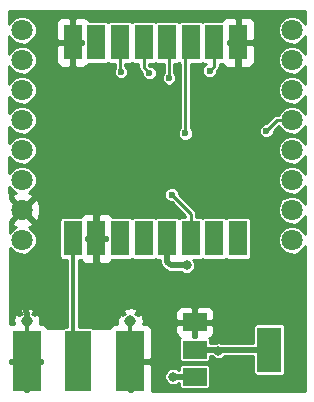
<source format=gtl>
%TF.GenerationSoftware,KiCad,Pcbnew,(2017-11-19 revision 8b2b138)-master*%
%TF.CreationDate,2018-01-29T21:55:45-08:00*%
%TF.ProjectId,lora_nodemcu,6C6F72615F6E6F64656D63752E6B6963,rev?*%
%TF.SameCoordinates,Original*%
%TF.FileFunction,Copper,L1,Top,Signal*%
%TF.FilePolarity,Positive*%
%FSLAX46Y46*%
G04 Gerber Fmt 4.6, Leading zero omitted, Abs format (unit mm)*
G04 Created by KiCad (PCBNEW (2017-11-19 revision 8b2b138)-master) date Monday, January 29, 2018 'PMt' 09:55:45 PM*
%MOMM*%
%LPD*%
G01*
G04 APERTURE LIST*
%TA.AperFunction,ComponentPad*%
%ADD10C,1.800000*%
%TD*%
%TA.AperFunction,SMDPad,CuDef*%
%ADD11R,2.290000X5.080000*%
%TD*%
%TA.AperFunction,SMDPad,CuDef*%
%ADD12R,2.420000X5.080000*%
%TD*%
%TA.AperFunction,ViaPad*%
%ADD13C,0.970000*%
%TD*%
%TA.AperFunction,Conductor*%
%ADD14R,0.460000X0.890000*%
%TD*%
%TA.AperFunction,SMDPad,CuDef*%
%ADD15R,1.600000X3.000000*%
%TD*%
%TA.AperFunction,SMDPad,CuDef*%
%ADD16R,2.000000X3.800000*%
%TD*%
%TA.AperFunction,SMDPad,CuDef*%
%ADD17R,2.000000X1.500000*%
%TD*%
%TA.AperFunction,ViaPad*%
%ADD18C,0.600000*%
%TD*%
%TA.AperFunction,ViaPad*%
%ADD19C,0.800000*%
%TD*%
%TA.AperFunction,Conductor*%
%ADD20C,0.250000*%
%TD*%
%TA.AperFunction,Conductor*%
%ADD21C,0.500000*%
%TD*%
%TA.AperFunction,Conductor*%
%ADD22C,0.335589*%
%TD*%
%TA.AperFunction,Conductor*%
%ADD23C,0.254000*%
%TD*%
G04 APERTURE END LIST*
D10*
%TO.P,U3,8*%
%TO.N,Net-(U3-Pad8)*%
X137236200Y-76962000D03*
%TO.P,U3,7*%
%TO.N,Net-(U3-Pad7)*%
X137236200Y-79502000D03*
%TO.P,U3,6*%
%TO.N,Net-(R2-Pad1)*%
X137236200Y-82042000D03*
%TO.P,U3,5*%
%TO.N,Net-(R1-Pad1)*%
X137236200Y-84582000D03*
%TO.P,U3,4*%
%TO.N,Net-(U3-Pad4)*%
X137236200Y-87122000D03*
%TO.P,U3,3*%
%TO.N,Net-(U3-Pad3)*%
X137236200Y-89662000D03*
%TO.P,U3,2*%
%TO.N,GND*%
X137236200Y-92202000D03*
%TO.P,U3,1*%
%TO.N,/wemos_5V*%
X137236200Y-94742000D03*
%TO.P,U3,16*%
%TO.N,Net-(C5-Pad2)*%
X160096200Y-94742000D03*
%TO.P,U3,15*%
%TO.N,/SS*%
X160096200Y-92202000D03*
%TO.P,U3,14*%
%TO.N,/MOSI*%
X160096200Y-89662000D03*
%TO.P,U3,13*%
%TO.N,/MISO*%
X160096200Y-87122000D03*
%TO.P,U3,12*%
%TO.N,/SCK*%
X160096200Y-84582000D03*
%TO.P,U3,11*%
%TO.N,Net-(U3-Pad11)*%
X160096200Y-82042000D03*
%TO.P,U3,10*%
%TO.N,Net-(U3-Pad10)*%
X160096200Y-79502000D03*
%TO.P,U3,9*%
%TO.N,Net-(U3-Pad9)*%
X160096200Y-76962000D03*
%TD*%
D11*
%TO.P,AE1,1*%
%TO.N,/50Ohm*%
X142000000Y-105020000D03*
D12*
%TO.P,AE1,2*%
%TO.N,GND*%
X137620000Y-105020000D03*
X146380000Y-105020000D03*
D13*
%TD*%
%TO.N,GND*%
%TO.C,AE1*%
X137620000Y-101580000D03*
%TO.N,GND*%
%TO.C,AE1*%
X146380000Y-101580000D03*
D14*
X137620000Y-102030000D03*
X146380000Y-102030000D03*
%TD*%
D15*
%TO.P,U1,16*%
%TO.N,Net-(U1-Pad16)*%
X155513800Y-94609200D03*
%TO.P,U1,1*%
%TO.N,GND*%
X155513800Y-78009200D03*
%TO.P,U1,15*%
%TO.N,Net-(U1-Pad15)*%
X153513800Y-94609200D03*
%TO.P,U1,2*%
%TO.N,Net-(R5-Pad2)*%
X153513800Y-78009200D03*
%TO.P,U1,14*%
%TO.N,Net-(R1-Pad2)*%
X151513800Y-94609200D03*
%TO.P,U1,3*%
%TO.N,Net-(R6-Pad2)*%
X151513800Y-78009200D03*
%TO.P,U1,13*%
%TO.N,/RF95_3V3*%
X149513800Y-94609200D03*
%TO.P,U1,4*%
%TO.N,Net-(R4-Pad2)*%
X149513800Y-78009200D03*
%TO.P,U1,12*%
%TO.N,Net-(U1-Pad12)*%
X147513800Y-94609200D03*
%TO.P,U1,5*%
%TO.N,Net-(R3-Pad2)*%
X147513800Y-78009200D03*
%TO.P,U1,11*%
%TO.N,Net-(U1-Pad11)*%
X145513800Y-94609200D03*
%TO.P,U1,6*%
%TO.N,Net-(R2-Pad2)*%
X145513800Y-78009200D03*
%TO.P,U1,10*%
%TO.N,GND*%
X143513800Y-94609200D03*
%TO.P,U1,7*%
%TO.N,Net-(U1-Pad7)*%
X143513800Y-78009200D03*
%TO.P,U1,9*%
%TO.N,/50Ohm*%
X141513800Y-94609200D03*
%TO.P,U1,8*%
%TO.N,GND*%
X141513800Y-78009200D03*
%TD*%
D16*
%TO.P,U2,4*%
%TO.N,+3V3*%
X158140800Y-104013000D03*
D17*
%TO.P,U2,2*%
X151840800Y-104013000D03*
%TO.P,U2,3*%
%TO.N,+5V*%
X151840800Y-106313000D03*
%TO.P,U2,1*%
%TO.N,GND*%
X151840800Y-101713000D03*
%TD*%
D18*
%TO.N,Net-(R1-Pad2)*%
X149900000Y-90900000D03*
%TO.N,Net-(R2-Pad2)*%
X145594409Y-80499601D03*
X145594409Y-80499601D03*
%TO.N,/SS*%
X160096200Y-92202000D03*
%TO.N,Net-(R3-Pad2)*%
X148000000Y-80600000D03*
%TO.N,/SCK*%
X157900000Y-85500000D03*
%TO.N,Net-(R4-Pad2)*%
X149670978Y-81036697D03*
%TO.N,Net-(R5-Pad2)*%
X153100000Y-80400000D03*
%TO.N,Net-(R6-Pad2)*%
X151045786Y-85723543D03*
D19*
%TO.N,GND*%
X144700000Y-88400000D03*
X138950000Y-76450000D03*
X157950000Y-76450000D03*
X160250000Y-106450000D03*
X148650000Y-106550000D03*
X150000000Y-99750000D03*
X143500000Y-92100000D03*
D18*
X144000000Y-98750000D03*
X139000000Y-97500000D03*
X139000000Y-96000000D03*
X139000000Y-100500000D03*
X144000000Y-100000000D03*
X139000000Y-99000000D03*
D19*
X143500000Y-97000000D03*
X155500000Y-80500000D03*
X141500000Y-80750000D03*
X153750000Y-101500000D03*
X148400000Y-97475000D03*
X151800000Y-99775000D03*
X153025000Y-100050000D03*
X145304999Y-101095001D03*
X137600000Y-100000000D03*
%TO.N,+3V3*%
X153850000Y-104125000D03*
%TO.N,+5V*%
X150000000Y-106300000D03*
%TO.N,/RF95_3V3*%
X151150000Y-96900000D03*
%TD*%
D20*
%TO.N,Net-(R1-Pad2)*%
X149900000Y-90900000D02*
X151513800Y-92513800D01*
X151513800Y-92513800D02*
X151513800Y-94609200D01*
%TO.N,Net-(R2-Pad2)*%
X145513800Y-78009200D02*
X145513800Y-80418992D01*
X145513800Y-80418992D02*
X145594409Y-80499601D01*
%TO.N,/SS*%
X159494200Y-91600000D02*
X160096200Y-92202000D01*
%TO.N,Net-(R3-Pad2)*%
X148000000Y-80600000D02*
X147513800Y-80113800D01*
X147513800Y-80113800D02*
X147513800Y-78009200D01*
%TO.N,/SCK*%
X157900000Y-85500000D02*
X158818000Y-84582000D01*
X158818000Y-84582000D02*
X160096200Y-84582000D01*
%TO.N,Net-(R4-Pad2)*%
X149670978Y-81036697D02*
X149670978Y-78166378D01*
X149670978Y-78166378D02*
X149513800Y-78009200D01*
%TO.N,Net-(R5-Pad2)*%
X153100000Y-80400000D02*
X153513800Y-79986200D01*
X153513800Y-79986200D02*
X153513800Y-78009200D01*
%TO.N,Net-(R6-Pad2)*%
X151045786Y-85723543D02*
X151045786Y-78477214D01*
X151045786Y-78477214D02*
X151513800Y-78009200D01*
D21*
%TO.N,GND*%
X143513800Y-94609200D02*
X143513800Y-92113800D01*
X143513800Y-92113800D02*
X143500000Y-92100000D01*
X143513800Y-94609200D02*
X143513800Y-96986200D01*
X143513800Y-96986200D02*
X143500000Y-97000000D01*
X155513800Y-78009200D02*
X155513800Y-80486200D01*
X155513800Y-80486200D02*
X155500000Y-80500000D01*
X141513800Y-78009200D02*
X141513800Y-80736200D01*
X141513800Y-80736200D02*
X141500000Y-80750000D01*
X151840800Y-99559200D02*
X151840800Y-99734200D01*
X151840800Y-99734200D02*
X151800000Y-99775000D01*
X151840800Y-101713000D02*
X151840800Y-99559200D01*
X137600000Y-100874107D02*
X137600000Y-100000000D01*
X137620000Y-101580000D02*
X137620000Y-100894107D01*
X137620000Y-100894107D02*
X137600000Y-100874107D01*
%TO.N,+3V3*%
X158140800Y-104013000D02*
X153962000Y-104013000D01*
X153962000Y-104013000D02*
X153850000Y-104125000D01*
X151840800Y-104013000D02*
X153738000Y-104013000D01*
X153738000Y-104013000D02*
X153850000Y-104125000D01*
%TO.N,+5V*%
X151840800Y-106313000D02*
X150013000Y-106313000D01*
X150013000Y-106313000D02*
X150000000Y-106300000D01*
D22*
%TO.N,/50Ohm*%
X141513800Y-94609200D02*
X141513800Y-104533800D01*
D20*
X141513800Y-104533800D02*
X142000000Y-105020000D01*
D21*
%TO.N,/RF95_3V3*%
X149513800Y-96609200D02*
X149513800Y-94609200D01*
X149804600Y-96900000D02*
X149513800Y-96609200D01*
X151150000Y-96900000D02*
X149804600Y-96900000D01*
%TD*%
D23*
%TO.N,GND*%
G36*
X137735000Y-102951250D02*
X137747000Y-102963250D01*
X137747000Y-104893000D01*
X138873000Y-104893000D01*
X138873000Y-105147000D01*
X137747000Y-105147000D01*
X137747000Y-107519400D01*
X137493000Y-107519400D01*
X137493000Y-105147000D01*
X136198928Y-105147000D01*
X136198241Y-104893000D01*
X137493000Y-104893000D01*
X137493000Y-102963250D01*
X137505000Y-102951250D01*
X137505000Y-102711238D01*
X137735000Y-102694608D01*
X137735000Y-102951250D01*
X137735000Y-102951250D01*
G37*
X137735000Y-102951250D02*
X137747000Y-102963250D01*
X137747000Y-104893000D01*
X138873000Y-104893000D01*
X138873000Y-105147000D01*
X137747000Y-105147000D01*
X137747000Y-107519400D01*
X137493000Y-107519400D01*
X137493000Y-105147000D01*
X136198928Y-105147000D01*
X136198241Y-104893000D01*
X137493000Y-104893000D01*
X137493000Y-102963250D01*
X137505000Y-102951250D01*
X137505000Y-102711238D01*
X137735000Y-102694608D01*
X137735000Y-102951250D01*
G36*
X161215000Y-76456628D02*
X161137006Y-76267869D01*
X160792147Y-75922407D01*
X160341336Y-75735214D01*
X159853205Y-75734788D01*
X159402069Y-75921194D01*
X159056607Y-76266053D01*
X158869414Y-76716864D01*
X158868988Y-77204995D01*
X159055394Y-77656131D01*
X159400253Y-78001593D01*
X159851064Y-78188786D01*
X160339195Y-78189212D01*
X160790331Y-78002806D01*
X161135793Y-77657947D01*
X161215000Y-77467195D01*
X161215000Y-78996628D01*
X161137006Y-78807869D01*
X160792147Y-78462407D01*
X160341336Y-78275214D01*
X159853205Y-78274788D01*
X159402069Y-78461194D01*
X159056607Y-78806053D01*
X158869414Y-79256864D01*
X158868988Y-79744995D01*
X159055394Y-80196131D01*
X159400253Y-80541593D01*
X159851064Y-80728786D01*
X160339195Y-80729212D01*
X160790331Y-80542806D01*
X161135793Y-80197947D01*
X161215000Y-80007195D01*
X161215000Y-81536628D01*
X161137006Y-81347869D01*
X160792147Y-81002407D01*
X160341336Y-80815214D01*
X159853205Y-80814788D01*
X159402069Y-81001194D01*
X159056607Y-81346053D01*
X158869414Y-81796864D01*
X158868988Y-82284995D01*
X159055394Y-82736131D01*
X159400253Y-83081593D01*
X159851064Y-83268786D01*
X160339195Y-83269212D01*
X160790331Y-83082806D01*
X161135793Y-82737947D01*
X161215000Y-82547195D01*
X161215000Y-84076628D01*
X161137006Y-83887869D01*
X160792147Y-83542407D01*
X160341336Y-83355214D01*
X159853205Y-83354788D01*
X159402069Y-83541194D01*
X159056607Y-83886053D01*
X158955311Y-84130000D01*
X158818000Y-84130000D01*
X158645027Y-84164406D01*
X158498388Y-84262388D01*
X157887787Y-84872989D01*
X157775829Y-84872891D01*
X157545297Y-84968145D01*
X157368765Y-85144369D01*
X157273109Y-85374735D01*
X157272891Y-85624171D01*
X157368145Y-85854703D01*
X157544369Y-86031235D01*
X157774735Y-86126891D01*
X158024171Y-86127109D01*
X158254703Y-86031855D01*
X158431235Y-85855631D01*
X158526891Y-85625265D01*
X158526990Y-85512234D01*
X158969930Y-85069294D01*
X159055394Y-85276131D01*
X159400253Y-85621593D01*
X159851064Y-85808786D01*
X160339195Y-85809212D01*
X160790331Y-85622806D01*
X161135793Y-85277947D01*
X161215000Y-85087195D01*
X161215000Y-86616628D01*
X161137006Y-86427869D01*
X160792147Y-86082407D01*
X160341336Y-85895214D01*
X159853205Y-85894788D01*
X159402069Y-86081194D01*
X159056607Y-86426053D01*
X158869414Y-86876864D01*
X158868988Y-87364995D01*
X159055394Y-87816131D01*
X159400253Y-88161593D01*
X159851064Y-88348786D01*
X160339195Y-88349212D01*
X160790331Y-88162806D01*
X161135793Y-87817947D01*
X161215000Y-87627195D01*
X161215000Y-89156628D01*
X161137006Y-88967869D01*
X160792147Y-88622407D01*
X160341336Y-88435214D01*
X159853205Y-88434788D01*
X159402069Y-88621194D01*
X159056607Y-88966053D01*
X158869414Y-89416864D01*
X158868988Y-89904995D01*
X159055394Y-90356131D01*
X159400253Y-90701593D01*
X159851064Y-90888786D01*
X160339195Y-90889212D01*
X160790331Y-90702806D01*
X161135793Y-90357947D01*
X161215000Y-90167195D01*
X161215000Y-91696628D01*
X161137006Y-91507869D01*
X160792147Y-91162407D01*
X160341336Y-90975214D01*
X159853205Y-90974788D01*
X159402069Y-91161194D01*
X159395649Y-91167603D01*
X159321227Y-91182406D01*
X159174588Y-91280388D01*
X159076606Y-91427027D01*
X159061947Y-91500722D01*
X159056607Y-91506053D01*
X158869414Y-91956864D01*
X158868988Y-92444995D01*
X159055394Y-92896131D01*
X159400253Y-93241593D01*
X159851064Y-93428786D01*
X160339195Y-93429212D01*
X160790331Y-93242806D01*
X161135793Y-92897947D01*
X161215000Y-92707195D01*
X161215000Y-94236628D01*
X161137006Y-94047869D01*
X160792147Y-93702407D01*
X160341336Y-93515214D01*
X159853205Y-93514788D01*
X159402069Y-93701194D01*
X159056607Y-94046053D01*
X158869414Y-94496864D01*
X158868988Y-94984995D01*
X159055394Y-95436131D01*
X159400253Y-95781593D01*
X159851064Y-95968786D01*
X160339195Y-95969212D01*
X160790331Y-95782806D01*
X161135793Y-95437947D01*
X161215000Y-95247195D01*
X161215000Y-107519400D01*
X148225000Y-107519400D01*
X148225000Y-106443975D01*
X149272874Y-106443975D01*
X149383320Y-106711275D01*
X149587650Y-106915961D01*
X149854756Y-107026874D01*
X150143975Y-107027126D01*
X150411275Y-106916680D01*
X150438001Y-106890000D01*
X150507394Y-106890000D01*
X150507394Y-107063000D01*
X150532773Y-107190589D01*
X150605046Y-107298754D01*
X150713211Y-107371027D01*
X150840800Y-107396406D01*
X152840800Y-107396406D01*
X152968389Y-107371027D01*
X153076554Y-107298754D01*
X153148827Y-107190589D01*
X153174206Y-107063000D01*
X153174206Y-105563000D01*
X153148827Y-105435411D01*
X153076554Y-105327246D01*
X152968389Y-105254973D01*
X152840800Y-105229594D01*
X150840800Y-105229594D01*
X150713211Y-105254973D01*
X150605046Y-105327246D01*
X150532773Y-105435411D01*
X150507394Y-105563000D01*
X150507394Y-105736000D01*
X150464221Y-105736000D01*
X150412350Y-105684039D01*
X150145244Y-105573126D01*
X149856025Y-105572874D01*
X149588725Y-105683320D01*
X149384039Y-105887650D01*
X149273126Y-106154756D01*
X149272874Y-106443975D01*
X148225000Y-106443975D01*
X148225000Y-105305750D01*
X148066250Y-105147000D01*
X146507000Y-105147000D01*
X146507000Y-107519400D01*
X146253000Y-107519400D01*
X146253000Y-105147000D01*
X145327000Y-105147000D01*
X145327000Y-104893000D01*
X146253000Y-104893000D01*
X146253000Y-102963250D01*
X146265000Y-102951250D01*
X146265000Y-102711238D01*
X146495000Y-102694608D01*
X146495000Y-102951250D01*
X146507000Y-102963250D01*
X146507000Y-104893000D01*
X148066250Y-104893000D01*
X148225000Y-104734250D01*
X148225000Y-102353691D01*
X148128327Y-102120302D01*
X148006776Y-101998750D01*
X150205800Y-101998750D01*
X150205800Y-102589310D01*
X150302473Y-102822699D01*
X150481102Y-103001327D01*
X150591743Y-103047156D01*
X150532773Y-103135411D01*
X150507394Y-103263000D01*
X150507394Y-104763000D01*
X150532773Y-104890589D01*
X150605046Y-104998754D01*
X150713211Y-105071027D01*
X150840800Y-105096406D01*
X152840800Y-105096406D01*
X152968389Y-105071027D01*
X153076554Y-104998754D01*
X153148827Y-104890589D01*
X153174206Y-104763000D01*
X153174206Y-104590000D01*
X153286952Y-104590000D01*
X153437650Y-104740961D01*
X153704756Y-104851874D01*
X153993975Y-104852126D01*
X154261275Y-104741680D01*
X154413219Y-104590000D01*
X156807394Y-104590000D01*
X156807394Y-105913000D01*
X156832773Y-106040589D01*
X156905046Y-106148754D01*
X157013211Y-106221027D01*
X157140800Y-106246406D01*
X159140800Y-106246406D01*
X159268389Y-106221027D01*
X159376554Y-106148754D01*
X159448827Y-106040589D01*
X159474206Y-105913000D01*
X159474206Y-102113000D01*
X159448827Y-101985411D01*
X159376554Y-101877246D01*
X159268389Y-101804973D01*
X159140800Y-101779594D01*
X157140800Y-101779594D01*
X157013211Y-101804973D01*
X156905046Y-101877246D01*
X156832773Y-101985411D01*
X156807394Y-102113000D01*
X156807394Y-103436000D01*
X154086454Y-103436000D01*
X153995244Y-103398126D01*
X153706025Y-103397874D01*
X153613753Y-103436000D01*
X153174206Y-103436000D01*
X153174206Y-103263000D01*
X153148827Y-103135411D01*
X153089857Y-103047156D01*
X153200498Y-103001327D01*
X153379127Y-102822699D01*
X153475800Y-102589310D01*
X153475800Y-101998750D01*
X153317050Y-101840000D01*
X151967800Y-101840000D01*
X151967800Y-102929594D01*
X151713800Y-102929594D01*
X151713800Y-101840000D01*
X150364550Y-101840000D01*
X150205800Y-101998750D01*
X148006776Y-101998750D01*
X147949699Y-101941673D01*
X147716310Y-101845000D01*
X147472129Y-101845000D01*
X147513149Y-101721436D01*
X147481018Y-101277032D01*
X147372768Y-101015692D01*
X147159200Y-100980405D01*
X147031315Y-101108290D01*
X146969699Y-101046673D01*
X146802838Y-100977557D01*
X146943705Y-100836690D01*
X150205800Y-100836690D01*
X150205800Y-101427250D01*
X150364550Y-101586000D01*
X151713800Y-101586000D01*
X151713800Y-100486750D01*
X151967800Y-100486750D01*
X151967800Y-101586000D01*
X153317050Y-101586000D01*
X153475800Y-101427250D01*
X153475800Y-100836690D01*
X153379127Y-100603301D01*
X153200498Y-100424673D01*
X152967109Y-100328000D01*
X152126550Y-100328000D01*
X151967800Y-100486750D01*
X151713800Y-100486750D01*
X151555050Y-100328000D01*
X150714491Y-100328000D01*
X150481102Y-100424673D01*
X150302473Y-100603301D01*
X150205800Y-100836690D01*
X146943705Y-100836690D01*
X146979595Y-100800800D01*
X146944308Y-100587232D01*
X146521436Y-100446851D01*
X146077032Y-100478982D01*
X145815692Y-100587232D01*
X145780405Y-100800800D01*
X145957162Y-100977557D01*
X145790301Y-101046673D01*
X145728685Y-101108290D01*
X145600800Y-100980405D01*
X145387232Y-101015692D01*
X145246851Y-101438564D01*
X145276237Y-101845000D01*
X145043690Y-101845000D01*
X144810301Y-101941673D01*
X144631673Y-102120302D01*
X144609845Y-102173000D01*
X143274126Y-102173000D01*
X143272589Y-102171973D01*
X143145000Y-102146594D01*
X142008594Y-102146594D01*
X142008594Y-96442606D01*
X142164582Y-96442606D01*
X142175473Y-96468899D01*
X142354102Y-96647527D01*
X142587491Y-96744200D01*
X143228050Y-96744200D01*
X143386800Y-96585450D01*
X143386800Y-94736200D01*
X142647206Y-94736200D01*
X142647206Y-94482200D01*
X143386800Y-94482200D01*
X143386800Y-92632950D01*
X143640800Y-92632950D01*
X143640800Y-94482200D01*
X144380394Y-94482200D01*
X144380394Y-94736200D01*
X143640800Y-94736200D01*
X143640800Y-96585450D01*
X143799550Y-96744200D01*
X144440109Y-96744200D01*
X144673498Y-96647527D01*
X144852127Y-96468899D01*
X144863018Y-96442606D01*
X146313800Y-96442606D01*
X146441389Y-96417227D01*
X146513800Y-96368844D01*
X146586211Y-96417227D01*
X146713800Y-96442606D01*
X148313800Y-96442606D01*
X148441389Y-96417227D01*
X148513800Y-96368844D01*
X148586211Y-96417227D01*
X148713800Y-96442606D01*
X148936800Y-96442606D01*
X148936800Y-96609195D01*
X148936799Y-96609200D01*
X148980722Y-96830008D01*
X149105799Y-97017201D01*
X149396597Y-97307998D01*
X149396599Y-97308001D01*
X149583792Y-97433078D01*
X149804600Y-97477000D01*
X150698757Y-97477000D01*
X150737650Y-97515961D01*
X151004756Y-97626874D01*
X151293975Y-97627126D01*
X151561275Y-97516680D01*
X151765961Y-97312350D01*
X151876874Y-97045244D01*
X151877126Y-96756025D01*
X151766680Y-96488725D01*
X151720641Y-96442606D01*
X152313800Y-96442606D01*
X152441389Y-96417227D01*
X152513800Y-96368844D01*
X152586211Y-96417227D01*
X152713800Y-96442606D01*
X154313800Y-96442606D01*
X154441389Y-96417227D01*
X154513800Y-96368844D01*
X154586211Y-96417227D01*
X154713800Y-96442606D01*
X156313800Y-96442606D01*
X156441389Y-96417227D01*
X156549554Y-96344954D01*
X156621827Y-96236789D01*
X156647206Y-96109200D01*
X156647206Y-93109200D01*
X156621827Y-92981611D01*
X156549554Y-92873446D01*
X156441389Y-92801173D01*
X156313800Y-92775794D01*
X154713800Y-92775794D01*
X154586211Y-92801173D01*
X154513800Y-92849556D01*
X154441389Y-92801173D01*
X154313800Y-92775794D01*
X152713800Y-92775794D01*
X152586211Y-92801173D01*
X152513800Y-92849556D01*
X152441389Y-92801173D01*
X152313800Y-92775794D01*
X151965800Y-92775794D01*
X151965800Y-92513800D01*
X151931394Y-92340827D01*
X151833412Y-92194188D01*
X150527011Y-90887787D01*
X150527109Y-90775829D01*
X150431855Y-90545297D01*
X150255631Y-90368765D01*
X150025265Y-90273109D01*
X149775829Y-90272891D01*
X149545297Y-90368145D01*
X149368765Y-90544369D01*
X149273109Y-90774735D01*
X149272891Y-91024171D01*
X149368145Y-91254703D01*
X149544369Y-91431235D01*
X149774735Y-91526891D01*
X149887766Y-91526990D01*
X151061800Y-92701024D01*
X151061800Y-92775794D01*
X150713800Y-92775794D01*
X150586211Y-92801173D01*
X150513800Y-92849556D01*
X150441389Y-92801173D01*
X150313800Y-92775794D01*
X148713800Y-92775794D01*
X148586211Y-92801173D01*
X148513800Y-92849556D01*
X148441389Y-92801173D01*
X148313800Y-92775794D01*
X146713800Y-92775794D01*
X146586211Y-92801173D01*
X146513800Y-92849556D01*
X146441389Y-92801173D01*
X146313800Y-92775794D01*
X144863018Y-92775794D01*
X144852127Y-92749501D01*
X144673498Y-92570873D01*
X144440109Y-92474200D01*
X143799550Y-92474200D01*
X143640800Y-92632950D01*
X143386800Y-92632950D01*
X143228050Y-92474200D01*
X142587491Y-92474200D01*
X142354102Y-92570873D01*
X142175473Y-92749501D01*
X142164582Y-92775794D01*
X140713800Y-92775794D01*
X140586211Y-92801173D01*
X140478046Y-92873446D01*
X140405773Y-92981611D01*
X140380394Y-93109200D01*
X140380394Y-96109200D01*
X140405773Y-96236789D01*
X140478046Y-96344954D01*
X140586211Y-96417227D01*
X140713800Y-96442606D01*
X141019006Y-96442606D01*
X141019006Y-102146594D01*
X140855000Y-102146594D01*
X140727411Y-102171973D01*
X140725874Y-102173000D01*
X139390155Y-102173000D01*
X139368327Y-102120302D01*
X139189699Y-101941673D01*
X138956310Y-101845000D01*
X138712129Y-101845000D01*
X138753149Y-101721436D01*
X138721018Y-101277032D01*
X138612768Y-101015692D01*
X138399200Y-100980405D01*
X138271315Y-101108290D01*
X138209699Y-101046673D01*
X138042838Y-100977557D01*
X138219595Y-100800800D01*
X138184308Y-100587232D01*
X137761436Y-100446851D01*
X137317032Y-100478982D01*
X137055692Y-100587232D01*
X137020405Y-100800800D01*
X137197162Y-100977557D01*
X137030301Y-101046673D01*
X136968685Y-101108290D01*
X136840800Y-100980405D01*
X136627232Y-101015692D01*
X136486851Y-101438564D01*
X136516237Y-101845000D01*
X136283690Y-101845000D01*
X136190103Y-101883765D01*
X136172517Y-95380764D01*
X136195394Y-95436131D01*
X136540253Y-95781593D01*
X136991064Y-95968786D01*
X137479195Y-95969212D01*
X137930331Y-95782806D01*
X138275793Y-95437947D01*
X138462986Y-94987136D01*
X138463412Y-94499005D01*
X138277006Y-94047869D01*
X137932147Y-93702407D01*
X137793738Y-93644935D01*
X138050348Y-93538643D01*
X138136754Y-93282159D01*
X137236200Y-92381605D01*
X136335646Y-93282159D01*
X136422052Y-93538643D01*
X136694359Y-93638269D01*
X136542069Y-93701194D01*
X136196607Y-94046053D01*
X136169087Y-94112329D01*
X136166328Y-93092267D01*
X137056595Y-92202000D01*
X137415805Y-92202000D01*
X138316359Y-93102554D01*
X138572843Y-93016148D01*
X138782658Y-92442664D01*
X138757039Y-91832540D01*
X138572843Y-91387852D01*
X138316359Y-91301446D01*
X137415805Y-92202000D01*
X137056595Y-92202000D01*
X136161500Y-91306905D01*
X136158689Y-90267297D01*
X136195394Y-90356131D01*
X136540253Y-90701593D01*
X136678662Y-90759065D01*
X136422052Y-90865357D01*
X136335646Y-91121841D01*
X137236200Y-92022395D01*
X138136754Y-91121841D01*
X138050348Y-90865357D01*
X137778041Y-90765731D01*
X137930331Y-90702806D01*
X138275793Y-90357947D01*
X138462986Y-89907136D01*
X138463412Y-89419005D01*
X138277006Y-88967869D01*
X137932147Y-88622407D01*
X137481336Y-88435214D01*
X136993205Y-88434788D01*
X136542069Y-88621194D01*
X136196607Y-88966053D01*
X136155438Y-89065199D01*
X136151775Y-87710564D01*
X136195394Y-87816131D01*
X136540253Y-88161593D01*
X136991064Y-88348786D01*
X137479195Y-88349212D01*
X137930331Y-88162806D01*
X138275793Y-87817947D01*
X138462986Y-87367136D01*
X138463412Y-86879005D01*
X138277006Y-86427869D01*
X137932147Y-86082407D01*
X137481336Y-85895214D01*
X136993205Y-85894788D01*
X136542069Y-86081194D01*
X136196607Y-86426053D01*
X136148613Y-86541634D01*
X136144860Y-85153831D01*
X136195394Y-85276131D01*
X136540253Y-85621593D01*
X136991064Y-85808786D01*
X137479195Y-85809212D01*
X137930331Y-85622806D01*
X138275793Y-85277947D01*
X138462986Y-84827136D01*
X138463412Y-84339005D01*
X138277006Y-83887869D01*
X137932147Y-83542407D01*
X137481336Y-83355214D01*
X136993205Y-83354788D01*
X136542069Y-83541194D01*
X136196607Y-83886053D01*
X136141789Y-84018069D01*
X136137946Y-82597097D01*
X136195394Y-82736131D01*
X136540253Y-83081593D01*
X136991064Y-83268786D01*
X137479195Y-83269212D01*
X137930331Y-83082806D01*
X138275793Y-82737947D01*
X138462986Y-82287136D01*
X138463412Y-81799005D01*
X138277006Y-81347869D01*
X137932147Y-81002407D01*
X137481336Y-80815214D01*
X136993205Y-80814788D01*
X136542069Y-81001194D01*
X136196607Y-81346053D01*
X136134965Y-81494505D01*
X136131032Y-80040364D01*
X136195394Y-80196131D01*
X136540253Y-80541593D01*
X136991064Y-80728786D01*
X137479195Y-80729212D01*
X137930331Y-80542806D01*
X138275793Y-80197947D01*
X138462986Y-79747136D01*
X138463412Y-79259005D01*
X138277006Y-78807869D01*
X137932147Y-78462407D01*
X137528866Y-78294950D01*
X140078800Y-78294950D01*
X140078800Y-79635510D01*
X140175473Y-79868899D01*
X140354102Y-80047527D01*
X140587491Y-80144200D01*
X141228050Y-80144200D01*
X141386800Y-79985450D01*
X141386800Y-78136200D01*
X140237550Y-78136200D01*
X140078800Y-78294950D01*
X137528866Y-78294950D01*
X137481336Y-78275214D01*
X136993205Y-78274788D01*
X136542069Y-78461194D01*
X136196607Y-78806053D01*
X136128140Y-78970940D01*
X136124118Y-77483630D01*
X136195394Y-77656131D01*
X136540253Y-78001593D01*
X136991064Y-78188786D01*
X137479195Y-78189212D01*
X137930331Y-78002806D01*
X138275793Y-77657947D01*
X138462986Y-77207136D01*
X138463412Y-76719005D01*
X138324532Y-76382890D01*
X140078800Y-76382890D01*
X140078800Y-77723450D01*
X140237550Y-77882200D01*
X141386800Y-77882200D01*
X141386800Y-76032950D01*
X141640800Y-76032950D01*
X141640800Y-77882200D01*
X142380394Y-77882200D01*
X142380394Y-78136200D01*
X141640800Y-78136200D01*
X141640800Y-79985450D01*
X141799550Y-80144200D01*
X142440109Y-80144200D01*
X142673498Y-80047527D01*
X142852127Y-79868899D01*
X142863018Y-79842606D01*
X144313800Y-79842606D01*
X144441389Y-79817227D01*
X144513800Y-79768844D01*
X144586211Y-79817227D01*
X144713800Y-79842606D01*
X145061800Y-79842606D01*
X145061800Y-80147279D01*
X144967518Y-80374336D01*
X144967300Y-80623772D01*
X145062554Y-80854304D01*
X145238778Y-81030836D01*
X145469144Y-81126492D01*
X145718580Y-81126710D01*
X145949112Y-81031456D01*
X146125644Y-80855232D01*
X146221300Y-80624866D01*
X146221518Y-80375430D01*
X146126264Y-80144898D01*
X145965800Y-79984154D01*
X145965800Y-79842606D01*
X146313800Y-79842606D01*
X146441389Y-79817227D01*
X146513800Y-79768844D01*
X146586211Y-79817227D01*
X146713800Y-79842606D01*
X147061800Y-79842606D01*
X147061800Y-80113800D01*
X147096206Y-80286773D01*
X147194188Y-80433412D01*
X147372989Y-80612213D01*
X147372891Y-80724171D01*
X147468145Y-80954703D01*
X147644369Y-81131235D01*
X147874735Y-81226891D01*
X148124171Y-81227109D01*
X148354703Y-81131855D01*
X148531235Y-80955631D01*
X148626891Y-80725265D01*
X148627109Y-80475829D01*
X148531855Y-80245297D01*
X148355631Y-80068765D01*
X148125265Y-79973109D01*
X148012235Y-79973010D01*
X147965800Y-79926576D01*
X147965800Y-79842606D01*
X148313800Y-79842606D01*
X148441389Y-79817227D01*
X148513800Y-79768844D01*
X148586211Y-79817227D01*
X148713800Y-79842606D01*
X149218978Y-79842606D01*
X149218978Y-80601969D01*
X149139743Y-80681066D01*
X149044087Y-80911432D01*
X149043869Y-81160868D01*
X149139123Y-81391400D01*
X149315347Y-81567932D01*
X149545713Y-81663588D01*
X149795149Y-81663806D01*
X150025681Y-81568552D01*
X150202213Y-81392328D01*
X150297869Y-81161962D01*
X150298087Y-80912526D01*
X150202833Y-80681994D01*
X150122978Y-80601999D01*
X150122978Y-79842606D01*
X150313800Y-79842606D01*
X150441389Y-79817227D01*
X150513800Y-79768844D01*
X150586211Y-79817227D01*
X150593786Y-79818734D01*
X150593786Y-85288815D01*
X150514551Y-85367912D01*
X150418895Y-85598278D01*
X150418677Y-85847714D01*
X150513931Y-86078246D01*
X150690155Y-86254778D01*
X150920521Y-86350434D01*
X151169957Y-86350652D01*
X151400489Y-86255398D01*
X151577021Y-86079174D01*
X151672677Y-85848808D01*
X151672895Y-85599372D01*
X151577641Y-85368840D01*
X151497786Y-85288845D01*
X151497786Y-79842606D01*
X152313800Y-79842606D01*
X152441389Y-79817227D01*
X152513800Y-79768844D01*
X152586211Y-79817227D01*
X152713800Y-79842606D01*
X152807106Y-79842606D01*
X152745297Y-79868145D01*
X152568765Y-80044369D01*
X152473109Y-80274735D01*
X152472891Y-80524171D01*
X152568145Y-80754703D01*
X152744369Y-80931235D01*
X152974735Y-81026891D01*
X153224171Y-81027109D01*
X153454703Y-80931855D01*
X153631235Y-80755631D01*
X153726891Y-80525265D01*
X153726990Y-80412235D01*
X153833413Y-80305812D01*
X153931394Y-80159173D01*
X153965800Y-79986200D01*
X153965800Y-79842606D01*
X154164582Y-79842606D01*
X154175473Y-79868899D01*
X154354102Y-80047527D01*
X154587491Y-80144200D01*
X155228050Y-80144200D01*
X155386800Y-79985450D01*
X155386800Y-78136200D01*
X155640800Y-78136200D01*
X155640800Y-79985450D01*
X155799550Y-80144200D01*
X156440109Y-80144200D01*
X156673498Y-80047527D01*
X156852127Y-79868899D01*
X156948800Y-79635510D01*
X156948800Y-78294950D01*
X156790050Y-78136200D01*
X155640800Y-78136200D01*
X155386800Y-78136200D01*
X154647206Y-78136200D01*
X154647206Y-77882200D01*
X155386800Y-77882200D01*
X155386800Y-76032950D01*
X155640800Y-76032950D01*
X155640800Y-77882200D01*
X156790050Y-77882200D01*
X156948800Y-77723450D01*
X156948800Y-76382890D01*
X156852127Y-76149501D01*
X156673498Y-75970873D01*
X156440109Y-75874200D01*
X155799550Y-75874200D01*
X155640800Y-76032950D01*
X155386800Y-76032950D01*
X155228050Y-75874200D01*
X154587491Y-75874200D01*
X154354102Y-75970873D01*
X154175473Y-76149501D01*
X154164582Y-76175794D01*
X152713800Y-76175794D01*
X152586211Y-76201173D01*
X152513800Y-76249556D01*
X152441389Y-76201173D01*
X152313800Y-76175794D01*
X150713800Y-76175794D01*
X150586211Y-76201173D01*
X150513800Y-76249556D01*
X150441389Y-76201173D01*
X150313800Y-76175794D01*
X148713800Y-76175794D01*
X148586211Y-76201173D01*
X148513800Y-76249556D01*
X148441389Y-76201173D01*
X148313800Y-76175794D01*
X146713800Y-76175794D01*
X146586211Y-76201173D01*
X146513800Y-76249556D01*
X146441389Y-76201173D01*
X146313800Y-76175794D01*
X144713800Y-76175794D01*
X144586211Y-76201173D01*
X144513800Y-76249556D01*
X144441389Y-76201173D01*
X144313800Y-76175794D01*
X142863018Y-76175794D01*
X142852127Y-76149501D01*
X142673498Y-75970873D01*
X142440109Y-75874200D01*
X141799550Y-75874200D01*
X141640800Y-76032950D01*
X141386800Y-76032950D01*
X141228050Y-75874200D01*
X140587491Y-75874200D01*
X140354102Y-75970873D01*
X140175473Y-76149501D01*
X140078800Y-76382890D01*
X138324532Y-76382890D01*
X138277006Y-76267869D01*
X137932147Y-75922407D01*
X137481336Y-75735214D01*
X136993205Y-75734788D01*
X136542069Y-75921194D01*
X136196607Y-76266053D01*
X136121316Y-76447375D01*
X136118360Y-75354400D01*
X161215000Y-75354400D01*
X161215000Y-76456628D01*
X161215000Y-76456628D01*
G37*
X161215000Y-76456628D02*
X161137006Y-76267869D01*
X160792147Y-75922407D01*
X160341336Y-75735214D01*
X159853205Y-75734788D01*
X159402069Y-75921194D01*
X159056607Y-76266053D01*
X158869414Y-76716864D01*
X158868988Y-77204995D01*
X159055394Y-77656131D01*
X159400253Y-78001593D01*
X159851064Y-78188786D01*
X160339195Y-78189212D01*
X160790331Y-78002806D01*
X161135793Y-77657947D01*
X161215000Y-77467195D01*
X161215000Y-78996628D01*
X161137006Y-78807869D01*
X160792147Y-78462407D01*
X160341336Y-78275214D01*
X159853205Y-78274788D01*
X159402069Y-78461194D01*
X159056607Y-78806053D01*
X158869414Y-79256864D01*
X158868988Y-79744995D01*
X159055394Y-80196131D01*
X159400253Y-80541593D01*
X159851064Y-80728786D01*
X160339195Y-80729212D01*
X160790331Y-80542806D01*
X161135793Y-80197947D01*
X161215000Y-80007195D01*
X161215000Y-81536628D01*
X161137006Y-81347869D01*
X160792147Y-81002407D01*
X160341336Y-80815214D01*
X159853205Y-80814788D01*
X159402069Y-81001194D01*
X159056607Y-81346053D01*
X158869414Y-81796864D01*
X158868988Y-82284995D01*
X159055394Y-82736131D01*
X159400253Y-83081593D01*
X159851064Y-83268786D01*
X160339195Y-83269212D01*
X160790331Y-83082806D01*
X161135793Y-82737947D01*
X161215000Y-82547195D01*
X161215000Y-84076628D01*
X161137006Y-83887869D01*
X160792147Y-83542407D01*
X160341336Y-83355214D01*
X159853205Y-83354788D01*
X159402069Y-83541194D01*
X159056607Y-83886053D01*
X158955311Y-84130000D01*
X158818000Y-84130000D01*
X158645027Y-84164406D01*
X158498388Y-84262388D01*
X157887787Y-84872989D01*
X157775829Y-84872891D01*
X157545297Y-84968145D01*
X157368765Y-85144369D01*
X157273109Y-85374735D01*
X157272891Y-85624171D01*
X157368145Y-85854703D01*
X157544369Y-86031235D01*
X157774735Y-86126891D01*
X158024171Y-86127109D01*
X158254703Y-86031855D01*
X158431235Y-85855631D01*
X158526891Y-85625265D01*
X158526990Y-85512234D01*
X158969930Y-85069294D01*
X159055394Y-85276131D01*
X159400253Y-85621593D01*
X159851064Y-85808786D01*
X160339195Y-85809212D01*
X160790331Y-85622806D01*
X161135793Y-85277947D01*
X161215000Y-85087195D01*
X161215000Y-86616628D01*
X161137006Y-86427869D01*
X160792147Y-86082407D01*
X160341336Y-85895214D01*
X159853205Y-85894788D01*
X159402069Y-86081194D01*
X159056607Y-86426053D01*
X158869414Y-86876864D01*
X158868988Y-87364995D01*
X159055394Y-87816131D01*
X159400253Y-88161593D01*
X159851064Y-88348786D01*
X160339195Y-88349212D01*
X160790331Y-88162806D01*
X161135793Y-87817947D01*
X161215000Y-87627195D01*
X161215000Y-89156628D01*
X161137006Y-88967869D01*
X160792147Y-88622407D01*
X160341336Y-88435214D01*
X159853205Y-88434788D01*
X159402069Y-88621194D01*
X159056607Y-88966053D01*
X158869414Y-89416864D01*
X158868988Y-89904995D01*
X159055394Y-90356131D01*
X159400253Y-90701593D01*
X159851064Y-90888786D01*
X160339195Y-90889212D01*
X160790331Y-90702806D01*
X161135793Y-90357947D01*
X161215000Y-90167195D01*
X161215000Y-91696628D01*
X161137006Y-91507869D01*
X160792147Y-91162407D01*
X160341336Y-90975214D01*
X159853205Y-90974788D01*
X159402069Y-91161194D01*
X159395649Y-91167603D01*
X159321227Y-91182406D01*
X159174588Y-91280388D01*
X159076606Y-91427027D01*
X159061947Y-91500722D01*
X159056607Y-91506053D01*
X158869414Y-91956864D01*
X158868988Y-92444995D01*
X159055394Y-92896131D01*
X159400253Y-93241593D01*
X159851064Y-93428786D01*
X160339195Y-93429212D01*
X160790331Y-93242806D01*
X161135793Y-92897947D01*
X161215000Y-92707195D01*
X161215000Y-94236628D01*
X161137006Y-94047869D01*
X160792147Y-93702407D01*
X160341336Y-93515214D01*
X159853205Y-93514788D01*
X159402069Y-93701194D01*
X159056607Y-94046053D01*
X158869414Y-94496864D01*
X158868988Y-94984995D01*
X159055394Y-95436131D01*
X159400253Y-95781593D01*
X159851064Y-95968786D01*
X160339195Y-95969212D01*
X160790331Y-95782806D01*
X161135793Y-95437947D01*
X161215000Y-95247195D01*
X161215000Y-107519400D01*
X148225000Y-107519400D01*
X148225000Y-106443975D01*
X149272874Y-106443975D01*
X149383320Y-106711275D01*
X149587650Y-106915961D01*
X149854756Y-107026874D01*
X150143975Y-107027126D01*
X150411275Y-106916680D01*
X150438001Y-106890000D01*
X150507394Y-106890000D01*
X150507394Y-107063000D01*
X150532773Y-107190589D01*
X150605046Y-107298754D01*
X150713211Y-107371027D01*
X150840800Y-107396406D01*
X152840800Y-107396406D01*
X152968389Y-107371027D01*
X153076554Y-107298754D01*
X153148827Y-107190589D01*
X153174206Y-107063000D01*
X153174206Y-105563000D01*
X153148827Y-105435411D01*
X153076554Y-105327246D01*
X152968389Y-105254973D01*
X152840800Y-105229594D01*
X150840800Y-105229594D01*
X150713211Y-105254973D01*
X150605046Y-105327246D01*
X150532773Y-105435411D01*
X150507394Y-105563000D01*
X150507394Y-105736000D01*
X150464221Y-105736000D01*
X150412350Y-105684039D01*
X150145244Y-105573126D01*
X149856025Y-105572874D01*
X149588725Y-105683320D01*
X149384039Y-105887650D01*
X149273126Y-106154756D01*
X149272874Y-106443975D01*
X148225000Y-106443975D01*
X148225000Y-105305750D01*
X148066250Y-105147000D01*
X146507000Y-105147000D01*
X146507000Y-107519400D01*
X146253000Y-107519400D01*
X146253000Y-105147000D01*
X145327000Y-105147000D01*
X145327000Y-104893000D01*
X146253000Y-104893000D01*
X146253000Y-102963250D01*
X146265000Y-102951250D01*
X146265000Y-102711238D01*
X146495000Y-102694608D01*
X146495000Y-102951250D01*
X146507000Y-102963250D01*
X146507000Y-104893000D01*
X148066250Y-104893000D01*
X148225000Y-104734250D01*
X148225000Y-102353691D01*
X148128327Y-102120302D01*
X148006776Y-101998750D01*
X150205800Y-101998750D01*
X150205800Y-102589310D01*
X150302473Y-102822699D01*
X150481102Y-103001327D01*
X150591743Y-103047156D01*
X150532773Y-103135411D01*
X150507394Y-103263000D01*
X150507394Y-104763000D01*
X150532773Y-104890589D01*
X150605046Y-104998754D01*
X150713211Y-105071027D01*
X150840800Y-105096406D01*
X152840800Y-105096406D01*
X152968389Y-105071027D01*
X153076554Y-104998754D01*
X153148827Y-104890589D01*
X153174206Y-104763000D01*
X153174206Y-104590000D01*
X153286952Y-104590000D01*
X153437650Y-104740961D01*
X153704756Y-104851874D01*
X153993975Y-104852126D01*
X154261275Y-104741680D01*
X154413219Y-104590000D01*
X156807394Y-104590000D01*
X156807394Y-105913000D01*
X156832773Y-106040589D01*
X156905046Y-106148754D01*
X157013211Y-106221027D01*
X157140800Y-106246406D01*
X159140800Y-106246406D01*
X159268389Y-106221027D01*
X159376554Y-106148754D01*
X159448827Y-106040589D01*
X159474206Y-105913000D01*
X159474206Y-102113000D01*
X159448827Y-101985411D01*
X159376554Y-101877246D01*
X159268389Y-101804973D01*
X159140800Y-101779594D01*
X157140800Y-101779594D01*
X157013211Y-101804973D01*
X156905046Y-101877246D01*
X156832773Y-101985411D01*
X156807394Y-102113000D01*
X156807394Y-103436000D01*
X154086454Y-103436000D01*
X153995244Y-103398126D01*
X153706025Y-103397874D01*
X153613753Y-103436000D01*
X153174206Y-103436000D01*
X153174206Y-103263000D01*
X153148827Y-103135411D01*
X153089857Y-103047156D01*
X153200498Y-103001327D01*
X153379127Y-102822699D01*
X153475800Y-102589310D01*
X153475800Y-101998750D01*
X153317050Y-101840000D01*
X151967800Y-101840000D01*
X151967800Y-102929594D01*
X151713800Y-102929594D01*
X151713800Y-101840000D01*
X150364550Y-101840000D01*
X150205800Y-101998750D01*
X148006776Y-101998750D01*
X147949699Y-101941673D01*
X147716310Y-101845000D01*
X147472129Y-101845000D01*
X147513149Y-101721436D01*
X147481018Y-101277032D01*
X147372768Y-101015692D01*
X147159200Y-100980405D01*
X147031315Y-101108290D01*
X146969699Y-101046673D01*
X146802838Y-100977557D01*
X146943705Y-100836690D01*
X150205800Y-100836690D01*
X150205800Y-101427250D01*
X150364550Y-101586000D01*
X151713800Y-101586000D01*
X151713800Y-100486750D01*
X151967800Y-100486750D01*
X151967800Y-101586000D01*
X153317050Y-101586000D01*
X153475800Y-101427250D01*
X153475800Y-100836690D01*
X153379127Y-100603301D01*
X153200498Y-100424673D01*
X152967109Y-100328000D01*
X152126550Y-100328000D01*
X151967800Y-100486750D01*
X151713800Y-100486750D01*
X151555050Y-100328000D01*
X150714491Y-100328000D01*
X150481102Y-100424673D01*
X150302473Y-100603301D01*
X150205800Y-100836690D01*
X146943705Y-100836690D01*
X146979595Y-100800800D01*
X146944308Y-100587232D01*
X146521436Y-100446851D01*
X146077032Y-100478982D01*
X145815692Y-100587232D01*
X145780405Y-100800800D01*
X145957162Y-100977557D01*
X145790301Y-101046673D01*
X145728685Y-101108290D01*
X145600800Y-100980405D01*
X145387232Y-101015692D01*
X145246851Y-101438564D01*
X145276237Y-101845000D01*
X145043690Y-101845000D01*
X144810301Y-101941673D01*
X144631673Y-102120302D01*
X144609845Y-102173000D01*
X143274126Y-102173000D01*
X143272589Y-102171973D01*
X143145000Y-102146594D01*
X142008594Y-102146594D01*
X142008594Y-96442606D01*
X142164582Y-96442606D01*
X142175473Y-96468899D01*
X142354102Y-96647527D01*
X142587491Y-96744200D01*
X143228050Y-96744200D01*
X143386800Y-96585450D01*
X143386800Y-94736200D01*
X142647206Y-94736200D01*
X142647206Y-94482200D01*
X143386800Y-94482200D01*
X143386800Y-92632950D01*
X143640800Y-92632950D01*
X143640800Y-94482200D01*
X144380394Y-94482200D01*
X144380394Y-94736200D01*
X143640800Y-94736200D01*
X143640800Y-96585450D01*
X143799550Y-96744200D01*
X144440109Y-96744200D01*
X144673498Y-96647527D01*
X144852127Y-96468899D01*
X144863018Y-96442606D01*
X146313800Y-96442606D01*
X146441389Y-96417227D01*
X146513800Y-96368844D01*
X146586211Y-96417227D01*
X146713800Y-96442606D01*
X148313800Y-96442606D01*
X148441389Y-96417227D01*
X148513800Y-96368844D01*
X148586211Y-96417227D01*
X148713800Y-96442606D01*
X148936800Y-96442606D01*
X148936800Y-96609195D01*
X148936799Y-96609200D01*
X148980722Y-96830008D01*
X149105799Y-97017201D01*
X149396597Y-97307998D01*
X149396599Y-97308001D01*
X149583792Y-97433078D01*
X149804600Y-97477000D01*
X150698757Y-97477000D01*
X150737650Y-97515961D01*
X151004756Y-97626874D01*
X151293975Y-97627126D01*
X151561275Y-97516680D01*
X151765961Y-97312350D01*
X151876874Y-97045244D01*
X151877126Y-96756025D01*
X151766680Y-96488725D01*
X151720641Y-96442606D01*
X152313800Y-96442606D01*
X152441389Y-96417227D01*
X152513800Y-96368844D01*
X152586211Y-96417227D01*
X152713800Y-96442606D01*
X154313800Y-96442606D01*
X154441389Y-96417227D01*
X154513800Y-96368844D01*
X154586211Y-96417227D01*
X154713800Y-96442606D01*
X156313800Y-96442606D01*
X156441389Y-96417227D01*
X156549554Y-96344954D01*
X156621827Y-96236789D01*
X156647206Y-96109200D01*
X156647206Y-93109200D01*
X156621827Y-92981611D01*
X156549554Y-92873446D01*
X156441389Y-92801173D01*
X156313800Y-92775794D01*
X154713800Y-92775794D01*
X154586211Y-92801173D01*
X154513800Y-92849556D01*
X154441389Y-92801173D01*
X154313800Y-92775794D01*
X152713800Y-92775794D01*
X152586211Y-92801173D01*
X152513800Y-92849556D01*
X152441389Y-92801173D01*
X152313800Y-92775794D01*
X151965800Y-92775794D01*
X151965800Y-92513800D01*
X151931394Y-92340827D01*
X151833412Y-92194188D01*
X150527011Y-90887787D01*
X150527109Y-90775829D01*
X150431855Y-90545297D01*
X150255631Y-90368765D01*
X150025265Y-90273109D01*
X149775829Y-90272891D01*
X149545297Y-90368145D01*
X149368765Y-90544369D01*
X149273109Y-90774735D01*
X149272891Y-91024171D01*
X149368145Y-91254703D01*
X149544369Y-91431235D01*
X149774735Y-91526891D01*
X149887766Y-91526990D01*
X151061800Y-92701024D01*
X151061800Y-92775794D01*
X150713800Y-92775794D01*
X150586211Y-92801173D01*
X150513800Y-92849556D01*
X150441389Y-92801173D01*
X150313800Y-92775794D01*
X148713800Y-92775794D01*
X148586211Y-92801173D01*
X148513800Y-92849556D01*
X148441389Y-92801173D01*
X148313800Y-92775794D01*
X146713800Y-92775794D01*
X146586211Y-92801173D01*
X146513800Y-92849556D01*
X146441389Y-92801173D01*
X146313800Y-92775794D01*
X144863018Y-92775794D01*
X144852127Y-92749501D01*
X144673498Y-92570873D01*
X144440109Y-92474200D01*
X143799550Y-92474200D01*
X143640800Y-92632950D01*
X143386800Y-92632950D01*
X143228050Y-92474200D01*
X142587491Y-92474200D01*
X142354102Y-92570873D01*
X142175473Y-92749501D01*
X142164582Y-92775794D01*
X140713800Y-92775794D01*
X140586211Y-92801173D01*
X140478046Y-92873446D01*
X140405773Y-92981611D01*
X140380394Y-93109200D01*
X140380394Y-96109200D01*
X140405773Y-96236789D01*
X140478046Y-96344954D01*
X140586211Y-96417227D01*
X140713800Y-96442606D01*
X141019006Y-96442606D01*
X141019006Y-102146594D01*
X140855000Y-102146594D01*
X140727411Y-102171973D01*
X140725874Y-102173000D01*
X139390155Y-102173000D01*
X139368327Y-102120302D01*
X139189699Y-101941673D01*
X138956310Y-101845000D01*
X138712129Y-101845000D01*
X138753149Y-101721436D01*
X138721018Y-101277032D01*
X138612768Y-101015692D01*
X138399200Y-100980405D01*
X138271315Y-101108290D01*
X138209699Y-101046673D01*
X138042838Y-100977557D01*
X138219595Y-100800800D01*
X138184308Y-100587232D01*
X137761436Y-100446851D01*
X137317032Y-100478982D01*
X137055692Y-100587232D01*
X137020405Y-100800800D01*
X137197162Y-100977557D01*
X137030301Y-101046673D01*
X136968685Y-101108290D01*
X136840800Y-100980405D01*
X136627232Y-101015692D01*
X136486851Y-101438564D01*
X136516237Y-101845000D01*
X136283690Y-101845000D01*
X136190103Y-101883765D01*
X136172517Y-95380764D01*
X136195394Y-95436131D01*
X136540253Y-95781593D01*
X136991064Y-95968786D01*
X137479195Y-95969212D01*
X137930331Y-95782806D01*
X138275793Y-95437947D01*
X138462986Y-94987136D01*
X138463412Y-94499005D01*
X138277006Y-94047869D01*
X137932147Y-93702407D01*
X137793738Y-93644935D01*
X138050348Y-93538643D01*
X138136754Y-93282159D01*
X137236200Y-92381605D01*
X136335646Y-93282159D01*
X136422052Y-93538643D01*
X136694359Y-93638269D01*
X136542069Y-93701194D01*
X136196607Y-94046053D01*
X136169087Y-94112329D01*
X136166328Y-93092267D01*
X137056595Y-92202000D01*
X137415805Y-92202000D01*
X138316359Y-93102554D01*
X138572843Y-93016148D01*
X138782658Y-92442664D01*
X138757039Y-91832540D01*
X138572843Y-91387852D01*
X138316359Y-91301446D01*
X137415805Y-92202000D01*
X137056595Y-92202000D01*
X136161500Y-91306905D01*
X136158689Y-90267297D01*
X136195394Y-90356131D01*
X136540253Y-90701593D01*
X136678662Y-90759065D01*
X136422052Y-90865357D01*
X136335646Y-91121841D01*
X137236200Y-92022395D01*
X138136754Y-91121841D01*
X138050348Y-90865357D01*
X137778041Y-90765731D01*
X137930331Y-90702806D01*
X138275793Y-90357947D01*
X138462986Y-89907136D01*
X138463412Y-89419005D01*
X138277006Y-88967869D01*
X137932147Y-88622407D01*
X137481336Y-88435214D01*
X136993205Y-88434788D01*
X136542069Y-88621194D01*
X136196607Y-88966053D01*
X136155438Y-89065199D01*
X136151775Y-87710564D01*
X136195394Y-87816131D01*
X136540253Y-88161593D01*
X136991064Y-88348786D01*
X137479195Y-88349212D01*
X137930331Y-88162806D01*
X138275793Y-87817947D01*
X138462986Y-87367136D01*
X138463412Y-86879005D01*
X138277006Y-86427869D01*
X137932147Y-86082407D01*
X137481336Y-85895214D01*
X136993205Y-85894788D01*
X136542069Y-86081194D01*
X136196607Y-86426053D01*
X136148613Y-86541634D01*
X136144860Y-85153831D01*
X136195394Y-85276131D01*
X136540253Y-85621593D01*
X136991064Y-85808786D01*
X137479195Y-85809212D01*
X137930331Y-85622806D01*
X138275793Y-85277947D01*
X138462986Y-84827136D01*
X138463412Y-84339005D01*
X138277006Y-83887869D01*
X137932147Y-83542407D01*
X137481336Y-83355214D01*
X136993205Y-83354788D01*
X136542069Y-83541194D01*
X136196607Y-83886053D01*
X136141789Y-84018069D01*
X136137946Y-82597097D01*
X136195394Y-82736131D01*
X136540253Y-83081593D01*
X136991064Y-83268786D01*
X137479195Y-83269212D01*
X137930331Y-83082806D01*
X138275793Y-82737947D01*
X138462986Y-82287136D01*
X138463412Y-81799005D01*
X138277006Y-81347869D01*
X137932147Y-81002407D01*
X137481336Y-80815214D01*
X136993205Y-80814788D01*
X136542069Y-81001194D01*
X136196607Y-81346053D01*
X136134965Y-81494505D01*
X136131032Y-80040364D01*
X136195394Y-80196131D01*
X136540253Y-80541593D01*
X136991064Y-80728786D01*
X137479195Y-80729212D01*
X137930331Y-80542806D01*
X138275793Y-80197947D01*
X138462986Y-79747136D01*
X138463412Y-79259005D01*
X138277006Y-78807869D01*
X137932147Y-78462407D01*
X137528866Y-78294950D01*
X140078800Y-78294950D01*
X140078800Y-79635510D01*
X140175473Y-79868899D01*
X140354102Y-80047527D01*
X140587491Y-80144200D01*
X141228050Y-80144200D01*
X141386800Y-79985450D01*
X141386800Y-78136200D01*
X140237550Y-78136200D01*
X140078800Y-78294950D01*
X137528866Y-78294950D01*
X137481336Y-78275214D01*
X136993205Y-78274788D01*
X136542069Y-78461194D01*
X136196607Y-78806053D01*
X136128140Y-78970940D01*
X136124118Y-77483630D01*
X136195394Y-77656131D01*
X136540253Y-78001593D01*
X136991064Y-78188786D01*
X137479195Y-78189212D01*
X137930331Y-78002806D01*
X138275793Y-77657947D01*
X138462986Y-77207136D01*
X138463412Y-76719005D01*
X138324532Y-76382890D01*
X140078800Y-76382890D01*
X140078800Y-77723450D01*
X140237550Y-77882200D01*
X141386800Y-77882200D01*
X141386800Y-76032950D01*
X141640800Y-76032950D01*
X141640800Y-77882200D01*
X142380394Y-77882200D01*
X142380394Y-78136200D01*
X141640800Y-78136200D01*
X141640800Y-79985450D01*
X141799550Y-80144200D01*
X142440109Y-80144200D01*
X142673498Y-80047527D01*
X142852127Y-79868899D01*
X142863018Y-79842606D01*
X144313800Y-79842606D01*
X144441389Y-79817227D01*
X144513800Y-79768844D01*
X144586211Y-79817227D01*
X144713800Y-79842606D01*
X145061800Y-79842606D01*
X145061800Y-80147279D01*
X144967518Y-80374336D01*
X144967300Y-80623772D01*
X145062554Y-80854304D01*
X145238778Y-81030836D01*
X145469144Y-81126492D01*
X145718580Y-81126710D01*
X145949112Y-81031456D01*
X146125644Y-80855232D01*
X146221300Y-80624866D01*
X146221518Y-80375430D01*
X146126264Y-80144898D01*
X145965800Y-79984154D01*
X145965800Y-79842606D01*
X146313800Y-79842606D01*
X146441389Y-79817227D01*
X146513800Y-79768844D01*
X146586211Y-79817227D01*
X146713800Y-79842606D01*
X147061800Y-79842606D01*
X147061800Y-80113800D01*
X147096206Y-80286773D01*
X147194188Y-80433412D01*
X147372989Y-80612213D01*
X147372891Y-80724171D01*
X147468145Y-80954703D01*
X147644369Y-81131235D01*
X147874735Y-81226891D01*
X148124171Y-81227109D01*
X148354703Y-81131855D01*
X148531235Y-80955631D01*
X148626891Y-80725265D01*
X148627109Y-80475829D01*
X148531855Y-80245297D01*
X148355631Y-80068765D01*
X148125265Y-79973109D01*
X148012235Y-79973010D01*
X147965800Y-79926576D01*
X147965800Y-79842606D01*
X148313800Y-79842606D01*
X148441389Y-79817227D01*
X148513800Y-79768844D01*
X148586211Y-79817227D01*
X148713800Y-79842606D01*
X149218978Y-79842606D01*
X149218978Y-80601969D01*
X149139743Y-80681066D01*
X149044087Y-80911432D01*
X149043869Y-81160868D01*
X149139123Y-81391400D01*
X149315347Y-81567932D01*
X149545713Y-81663588D01*
X149795149Y-81663806D01*
X150025681Y-81568552D01*
X150202213Y-81392328D01*
X150297869Y-81161962D01*
X150298087Y-80912526D01*
X150202833Y-80681994D01*
X150122978Y-80601999D01*
X150122978Y-79842606D01*
X150313800Y-79842606D01*
X150441389Y-79817227D01*
X150513800Y-79768844D01*
X150586211Y-79817227D01*
X150593786Y-79818734D01*
X150593786Y-85288815D01*
X150514551Y-85367912D01*
X150418895Y-85598278D01*
X150418677Y-85847714D01*
X150513931Y-86078246D01*
X150690155Y-86254778D01*
X150920521Y-86350434D01*
X151169957Y-86350652D01*
X151400489Y-86255398D01*
X151577021Y-86079174D01*
X151672677Y-85848808D01*
X151672895Y-85599372D01*
X151577641Y-85368840D01*
X151497786Y-85288845D01*
X151497786Y-79842606D01*
X152313800Y-79842606D01*
X152441389Y-79817227D01*
X152513800Y-79768844D01*
X152586211Y-79817227D01*
X152713800Y-79842606D01*
X152807106Y-79842606D01*
X152745297Y-79868145D01*
X152568765Y-80044369D01*
X152473109Y-80274735D01*
X152472891Y-80524171D01*
X152568145Y-80754703D01*
X152744369Y-80931235D01*
X152974735Y-81026891D01*
X153224171Y-81027109D01*
X153454703Y-80931855D01*
X153631235Y-80755631D01*
X153726891Y-80525265D01*
X153726990Y-80412235D01*
X153833413Y-80305812D01*
X153931394Y-80159173D01*
X153965800Y-79986200D01*
X153965800Y-79842606D01*
X154164582Y-79842606D01*
X154175473Y-79868899D01*
X154354102Y-80047527D01*
X154587491Y-80144200D01*
X155228050Y-80144200D01*
X155386800Y-79985450D01*
X155386800Y-78136200D01*
X155640800Y-78136200D01*
X155640800Y-79985450D01*
X155799550Y-80144200D01*
X156440109Y-80144200D01*
X156673498Y-80047527D01*
X156852127Y-79868899D01*
X156948800Y-79635510D01*
X156948800Y-78294950D01*
X156790050Y-78136200D01*
X155640800Y-78136200D01*
X155386800Y-78136200D01*
X154647206Y-78136200D01*
X154647206Y-77882200D01*
X155386800Y-77882200D01*
X155386800Y-76032950D01*
X155640800Y-76032950D01*
X155640800Y-77882200D01*
X156790050Y-77882200D01*
X156948800Y-77723450D01*
X156948800Y-76382890D01*
X156852127Y-76149501D01*
X156673498Y-75970873D01*
X156440109Y-75874200D01*
X155799550Y-75874200D01*
X155640800Y-76032950D01*
X155386800Y-76032950D01*
X155228050Y-75874200D01*
X154587491Y-75874200D01*
X154354102Y-75970873D01*
X154175473Y-76149501D01*
X154164582Y-76175794D01*
X152713800Y-76175794D01*
X152586211Y-76201173D01*
X152513800Y-76249556D01*
X152441389Y-76201173D01*
X152313800Y-76175794D01*
X150713800Y-76175794D01*
X150586211Y-76201173D01*
X150513800Y-76249556D01*
X150441389Y-76201173D01*
X150313800Y-76175794D01*
X148713800Y-76175794D01*
X148586211Y-76201173D01*
X148513800Y-76249556D01*
X148441389Y-76201173D01*
X148313800Y-76175794D01*
X146713800Y-76175794D01*
X146586211Y-76201173D01*
X146513800Y-76249556D01*
X146441389Y-76201173D01*
X146313800Y-76175794D01*
X144713800Y-76175794D01*
X144586211Y-76201173D01*
X144513800Y-76249556D01*
X144441389Y-76201173D01*
X144313800Y-76175794D01*
X142863018Y-76175794D01*
X142852127Y-76149501D01*
X142673498Y-75970873D01*
X142440109Y-75874200D01*
X141799550Y-75874200D01*
X141640800Y-76032950D01*
X141386800Y-76032950D01*
X141228050Y-75874200D01*
X140587491Y-75874200D01*
X140354102Y-75970873D01*
X140175473Y-76149501D01*
X140078800Y-76382890D01*
X138324532Y-76382890D01*
X138277006Y-76267869D01*
X137932147Y-75922407D01*
X137481336Y-75735214D01*
X136993205Y-75734788D01*
X136542069Y-75921194D01*
X136196607Y-76266053D01*
X136121316Y-76447375D01*
X136118360Y-75354400D01*
X161215000Y-75354400D01*
X161215000Y-76456628D01*
G36*
X146495000Y-101874605D02*
X146380000Y-101759605D01*
X146265000Y-101874605D01*
X146265000Y-101285395D01*
X146380000Y-101400395D01*
X146495000Y-101285395D01*
X146495000Y-101874605D01*
X146495000Y-101874605D01*
G37*
X146495000Y-101874605D02*
X146380000Y-101759605D01*
X146265000Y-101874605D01*
X146265000Y-101285395D01*
X146380000Y-101400395D01*
X146495000Y-101285395D01*
X146495000Y-101874605D01*
G36*
X137735000Y-101874605D02*
X137620000Y-101759605D01*
X137505000Y-101874605D01*
X137505000Y-101285395D01*
X137620000Y-101400395D01*
X137735000Y-101285395D01*
X137735000Y-101874605D01*
X137735000Y-101874605D01*
G37*
X137735000Y-101874605D02*
X137620000Y-101759605D01*
X137505000Y-101874605D01*
X137505000Y-101285395D01*
X137620000Y-101400395D01*
X137735000Y-101285395D01*
X137735000Y-101874605D01*
%TD*%
M02*

</source>
